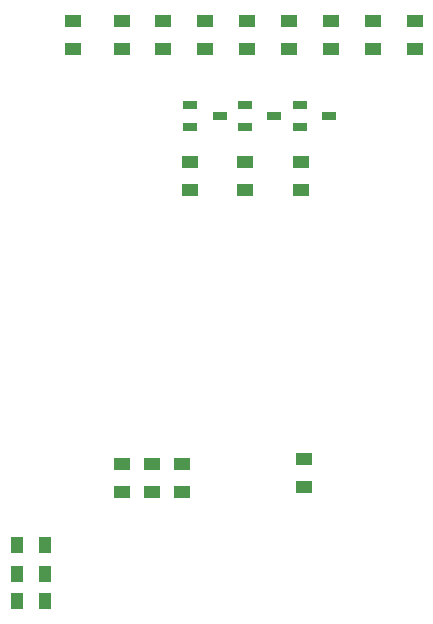
<source format=gbp>
%FSLAX23Y23*%
%MOIN*%
G70*
G01*
G75*
G04 Layer_Color=128*
G04:AMPARAMS|DCode=10|XSize=51mil|YSize=118mil|CornerRadius=0mil|HoleSize=0mil|Usage=FLASHONLY|Rotation=0.000|XOffset=0mil|YOffset=0mil|HoleType=Round|Shape=Octagon|*
%AMOCTAGOND10*
4,1,8,-0.013,0.059,0.013,0.059,0.026,0.046,0.026,-0.046,0.013,-0.059,-0.013,-0.059,-0.026,-0.046,-0.026,0.046,-0.013,0.059,0.0*
%
%ADD10OCTAGOND10*%

%ADD11R,0.051X0.118*%
%ADD12R,0.051X0.073*%
%ADD13R,0.055X0.043*%
%ADD14C,0.059*%
%ADD15C,0.039*%
%ADD16C,0.020*%
%ADD17C,0.030*%
%ADD18C,0.020*%
%ADD19C,0.157*%
%ADD20C,0.010*%
%ADD21C,0.074*%
%ADD22O,0.098X0.118*%
G04:AMPARAMS|DCode=23|XSize=98mil|YSize=118mil|CornerRadius=0mil|HoleSize=0mil|Usage=FLASHONLY|Rotation=180.000|XOffset=0mil|YOffset=0mil|HoleType=Round|Shape=Octagon|*
%AMOCTAGOND23*
4,1,8,0.025,-0.059,-0.025,-0.059,-0.049,-0.034,-0.049,0.034,-0.025,0.059,0.025,0.059,0.049,0.034,0.049,-0.034,0.025,-0.059,0.0*
%
%ADD23OCTAGOND23*%

%ADD24C,0.091*%
%ADD25C,0.060*%
%ADD26C,0.031*%
%ADD27C,0.017*%
%ADD28R,0.047X0.026*%
%ADD29R,0.043X0.055*%
%ADD30C,0.008*%
%ADD31C,0.010*%
%ADD32C,0.008*%
%ADD33C,0.006*%
%ADD34C,0.010*%
%ADD35C,0.012*%
G04:AMPARAMS|DCode=36|XSize=59mil|YSize=126mil|CornerRadius=0mil|HoleSize=0mil|Usage=FLASHONLY|Rotation=0.000|XOffset=0mil|YOffset=0mil|HoleType=Round|Shape=Octagon|*
%AMOCTAGOND36*
4,1,8,-0.015,0.063,0.015,0.063,0.030,0.048,0.030,-0.048,0.015,-0.063,-0.015,-0.063,-0.030,-0.048,-0.030,0.048,-0.015,0.063,0.0*
%
%ADD36OCTAGOND36*%

%ADD37R,0.059X0.126*%
%ADD38R,0.059X0.081*%
%ADD39R,0.063X0.051*%
%ADD40C,0.082*%
%ADD41O,0.106X0.126*%
G04:AMPARAMS|DCode=42|XSize=106mil|YSize=126mil|CornerRadius=0mil|HoleSize=0mil|Usage=FLASHONLY|Rotation=180.000|XOffset=0mil|YOffset=0mil|HoleType=Round|Shape=Octagon|*
%AMOCTAGOND42*
4,1,8,0.027,-0.063,-0.027,-0.063,-0.053,-0.036,-0.053,0.036,-0.027,0.063,0.027,0.063,0.053,0.036,0.053,-0.036,0.027,-0.063,0.0*
%
%ADD42OCTAGOND42*%

%ADD43C,0.099*%
%ADD44C,0.068*%
%ADD45C,0.039*%
%ADD46C,0.025*%
%ADD47R,0.055X0.034*%
%ADD48R,0.051X0.063*%
D13*
X1590Y478D02*
D03*
X1590Y572D02*
D03*
X1185Y463D02*
D03*
X1185Y557D02*
D03*
X1085D02*
D03*
X1085Y463D02*
D03*
X985D02*
D03*
X985Y557D02*
D03*
X820Y2032D02*
D03*
X820Y1938D02*
D03*
X1681D02*
D03*
X1681Y2032D02*
D03*
X1122Y1938D02*
D03*
X1122Y2032D02*
D03*
X983D02*
D03*
X983Y1938D02*
D03*
X1541D02*
D03*
X1541Y2032D02*
D03*
X1401Y1938D02*
D03*
X1401Y2032D02*
D03*
X1210Y1468D02*
D03*
X1210Y1562D02*
D03*
X1262Y1938D02*
D03*
X1262Y2032D02*
D03*
X1395Y1468D02*
D03*
X1395Y1562D02*
D03*
X1580Y1468D02*
D03*
X1580Y1562D02*
D03*
X1820Y2032D02*
D03*
X1820Y1938D02*
D03*
X1960Y2032D02*
D03*
X1960Y1938D02*
D03*
D28*
X1393Y1678D02*
D03*
Y1752D02*
D03*
X1492Y1715D02*
D03*
X1211Y1678D02*
D03*
Y1752D02*
D03*
X1309Y1715D02*
D03*
X1576Y1678D02*
D03*
Y1752D02*
D03*
X1674Y1715D02*
D03*
D29*
X727Y285D02*
D03*
X633Y285D02*
D03*
Y189D02*
D03*
X727D02*
D03*
X633Y100D02*
D03*
X727D02*
D03*
M02*

</source>
